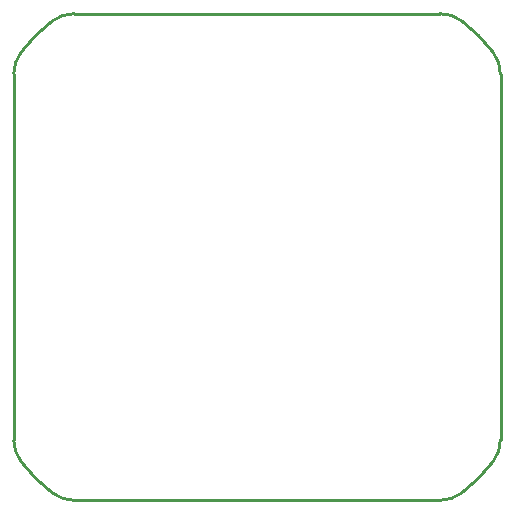
<source format=gko>
G04*
G04 #@! TF.GenerationSoftware,Altium Limited,Altium Designer,22.0.2 (36)*
G04*
G04 Layer_Color=16711935*
%FSLAX25Y25*%
%MOIN*%
G70*
G04*
G04 #@! TF.SameCoordinates,B24A499B-10B0-4348-9313-877DE5855C24*
G04*
G04*
G04 #@! TF.FilePolarity,Positive*
G04*
G01*
G75*
%ADD10C,0.01000*%
D10*
X-68172Y78711D02*
G03*
X-78711Y68172I32739J-43278D01*
G01*
X68172Y-78711D02*
G03*
X78711Y-68172I-32739J43278D01*
G01*
X-61046Y81102D02*
G03*
X-68172Y78711I0J-11811D01*
G01*
X61046Y-81102D02*
G03*
X68172Y-78711I0J11811D01*
G01*
X68172Y78711D02*
G03*
X61046Y81102I-7126J-9419D01*
G01*
X-68172Y-78711D02*
G03*
X-61046Y-81102I7126J9419D01*
G01*
X-78711Y-68172D02*
G03*
X-68172Y-78711I43278J32739D01*
G01*
X78711Y68172D02*
G03*
X68172Y78711I-43278J-32739D01*
G01*
X-81102Y-61046D02*
G03*
X-78711Y-68172I11811J0D01*
G01*
X81102Y61046D02*
G03*
X78711Y68172I-11811J0D01*
G01*
X-78711Y68172D02*
G03*
X-81102Y61046I9419J-7126D01*
G01*
X78711Y-68172D02*
G03*
X81102Y-61046I-9419J7126D01*
G01*
X-80891Y-60949D02*
Y61144D01*
X-60835Y-81005D02*
X61258D01*
X81314Y-60949D02*
Y61144D01*
X-61046Y81102D02*
X61046D01*
M02*

</source>
